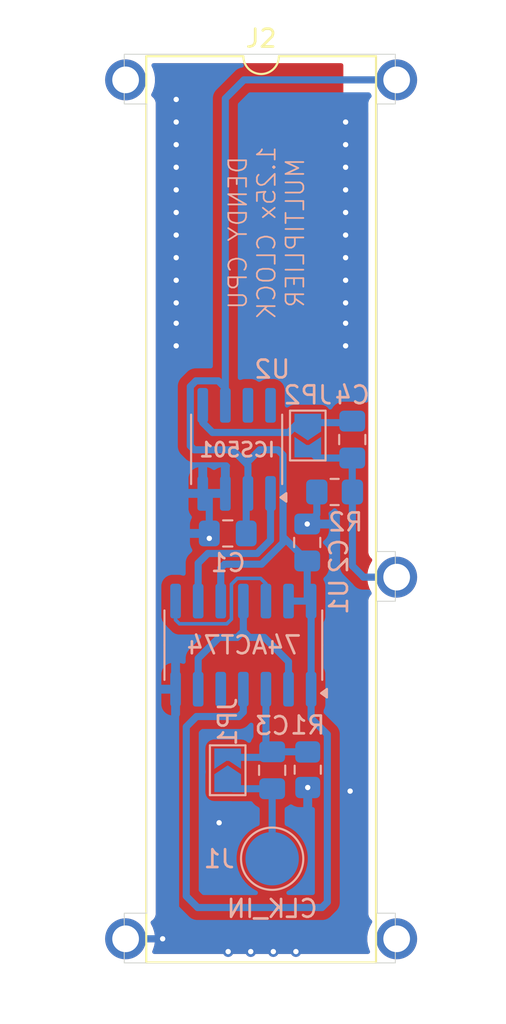
<source format=kicad_pcb>
(kicad_pcb (version 20241229) (generator "pcbnew") (generator_version "9.0")
  (layers (0 "F.Cu" signal) (2 "B.Cu" signal) (13 "F.Paste" user) (15 "B.Paste" user) (5 "F.SilkS" user "F.Silkscreen") (7 "B.SilkS" user "B.Silkscreen") (1 "F.Mask" user) (3 "B.Mask" user) (25 "Edge.Cuts" user))
  (net 0 "")
  (net 1 "VCC")
  (net 2 "GND")
  (net 3 "Net-(JP1-B)")
  (net 4 "Net-(J1-Pin_1)")
  (net 5 "/DENDY_CLK")
  (net 6 "Net-(JP2-A)")
  (net 9 "Net-(U1A-D)")
  (net 10 "/CLK_DIV4")
  (net 12 "Net-(U1B-D)")
  (footprint "Dendy_footprints:DIP-40_W15.24mm" (layer "F.Cu") (at 138.76 52.24)
    (property "Reference" "J2" (at 7.62 -2.33 0) (layer "F.SilkS"))
    (property "Value" "CPU Connections")
    (fp_line (start 1.16 -1.33) (end 1.16 49.59) (stroke (width 0.12)) (layer "F.SilkS"))
    (fp_line (start 1.16 49.59) (end 14.08 49.59) (stroke (width 0.12)) (layer "F.SilkS"))
    (fp_line (start 6.62 -1.33) (end 1.16 -1.33) (stroke (width 0.12)) (layer "F.SilkS"))
    (fp_line (start 14.08 -1.33) (end 8.62 -1.33) (stroke (width 0.12)) (layer "F.SilkS"))
    (fp_line (start 14.08 49.59) (end 14.08 -1.33) (stroke (width 0.12)) (layer "F.SilkS"))
    (fp_arc (start 8.62 -1.33) (mid 7.62 -0.33) (end 6.62 -1.33) (stroke (width 0.12)) (layer "F.SilkS"))
    (pad "1" thru_hole circle (at 0 0) (size 2.3 2.3) (drill 1.5) (layers "*.Cu" "*.Mask"))
    (pad "20" thru_hole circle (at 0 48.26) (size 2.3 2.3) (drill 1.5) (layers "*.Cu" "*.Mask") (net 2 "GND"))
    (pad "21" thru_hole circle (at 15.24 48.26) (size 2.3 2.3) (drill 1.5) (layers "*.Cu" "*.Mask"))
    (pad "29" thru_hole circle (at 15.24 27.94) (size 2.3 2.3) (drill 1.5) (layers "*.Cu" "*.Mask") (net 5 "/DENDY_CLK"))
    (pad "40" thru_hole circle (at 15.24 0) (size 2.3 2.3) (drill 1.5) (layers "*.Cu" "*.Mask") (net 1 "VCC"))
  )
  (footprint "TestPoint:TestPoint_Pad_D3.0mm" (layer "B.Cu") (at 147 96 180)
    (property "Reference" "J1" (at 2.982 -0.012 180) (layer "B.SilkS") (effects (justify mirror)))
    (property "Value" "CLK_IN" (at 0 -2.806 0) (layer "B.SilkS") (effects (justify mirror)))
    (fp_circle (center 0 0) (end 0 -1.75) (stroke (width 0.12)) (fill no) (layer "B.SilkS"))
    (pad "1" smd circle (at 0 0 180) (size 3 3) (layers "B.Cu" "B.Mask") (net 4 "Net-(J1-Pin_1)"))
  )
  (footprint "Capacitor_SMD:C_0805_2012Metric_Pad1.18x1.45mm_HandSolder" (layer "B.Cu") (at 144.503 77.724 180)
    (property "Reference" "C1" (at -0.023 -1.651 0) (layer "B.SilkS") (effects (justify mirror)))
    (property "Value" "10nF")
    (fp_line (start -0.261252 0.735) (end 0.261252 0.735) (stroke (width 0.12)) (layer "B.SilkS"))
    (fp_line (start -0.261252 -0.735) (end 0.261252 -0.735) (stroke (width 0.12)) (layer "B.SilkS"))
    (pad "1" smd roundrect (at -1.0375 0 180) (size 1.175 1.45) (layers "B.Cu" "B.Mask" "B.Paste") (roundrect_rratio 0.212766) (net 1 "VCC"))
    (pad "2" smd roundrect (at 1.0375 0 180) (size 1.175 1.45) (layers "B.Cu" "B.Mask" "B.Paste") (roundrect_rratio 0.212766) (net 2 "GND"))
  )
  (footprint "Package_SO:SOIC-8_3.9x4.9mm_P1.27mm" (layer "B.Cu") (at 145.003 73 90)
    (property "Reference" "U2" (at 4.5 2 180) (layer "B.SilkS") (effects (justify mirror)))
    (property "Value" "ICS501" (at -0.025 0.031 180) (layer "B.SilkS") (effects (font (size 0.8 0.8)) (justify mirror)))
    (fp_line (start 0 -2.56) (end 1.95 -2.56) (stroke (width 0.12)) (layer "B.SilkS"))
    (fp_line (start 0 -2.56) (end -1.95 -2.56) (stroke (width 0.12)) (layer "B.SilkS"))
    (fp_line (start 0 2.56) (end 1.95 2.56) (stroke (width 0.12)) (layer "B.SilkS"))
    (fp_line (start 0 2.56) (end -1.95 2.56) (stroke (width 0.12)) (layer "B.SilkS"))
    (fp_poly (pts (xy -2.7 2.465) (xy -2.94 2.795) (xy -2.46 2.795)) (stroke (width 0.12)) (fill yes) (layer "B.SilkS"))
    (pad "1" smd roundrect (at -2.475 1.905 90) (size 1.95 0.6) (layers "B.Cu" "B.Mask" "B.Paste") (net 10 "/CLK_DIV4"))
    (pad "2" smd roundrect (at -2.475 0.635 90) (size 1.95 0.6) (layers "B.Cu" "B.Mask" "B.Paste") (net 1 "VCC"))
    (pad "3" smd roundrect (at -2.475 -0.635 90) (size 1.95 0.6) (layers "B.Cu" "B.Mask" "B.Paste") (net 2 "GND"))
    (pad "4" smd roundrect (at -2.475 -1.905 90) (size 1.95 0.6) (layers "B.Cu" "B.Mask" "B.Paste") (net 2 "GND"))
    (pad "5" smd roundrect (at 2.475 -1.905 90) (size 1.95 0.6) (layers "B.Cu" "B.Mask" "B.Paste") (net 6 "Net-(JP2-A)"))
    (pad "6" smd roundrect (at 2.475 -0.635 90) (size 1.95 0.6) (layers "B.Cu" "B.Mask" "B.Paste") (net 1 "VCC"))
    (pad "7" smd roundrect (at 2.475 0.635 90) (size 1.95 0.6) (layers "B.Cu" "B.Mask" "B.Paste"))
    (pad "8" smd roundrect (at 2.475 1.905 90) (size 1.95 0.6) (layers "B.Cu" "B.Mask" "B.Paste"))
  )
  (footprint "Capacitor_SMD:C_0805_2012Metric_Pad1.18x1.45mm_HandSolder" (layer "B.Cu") (at 148.971 78.232 90)
    (property "Reference" "C2" (at -0.762 1.778 90) (layer "B.SilkS") (effects (justify mirror)))
    (property "Value" "100nF")
    (fp_line (start -0.261252 -0.735) (end 0.261252 -0.735) (stroke (width 0.12)) (layer "B.SilkS"))
    (fp_line (start -0.261252 0.735) (end 0.261252 0.735) (stroke (width 0.12)) (layer "B.SilkS"))
    (pad "1" smd roundrect (at -1.0375 0 90) (size 1.175 1.45) (layers "B.Cu" "B.Mask" "B.Paste") (roundrect_rratio 0.212766) (net 1 "VCC"))
    (pad "2" smd roundrect (at 1.0375 0 90) (size 1.175 1.45) (layers "B.Cu" "B.Mask" "B.Paste") (roundrect_rratio 0.212766) (net 2 "GND"))
  )
  (footprint "Capacitor_SMD:C_0805_2012Metric_Pad1.18x1.45mm_HandSolder" (layer "B.Cu") (at 151.503 72.449 90)
    (property "Reference" "C4" (at 2.5 0 180) (layer "B.SilkS") (effects (justify mirror)))
    (property "Value" "220pF")
    (fp_line (start -0.261252 -0.735) (end 0.261252 -0.735) (stroke (width 0.12)) (layer "B.SilkS"))
    (fp_line (start -0.261252 0.735) (end 0.261252 0.735) (stroke (width 0.12)) (layer "B.SilkS"))
    (pad "1" smd roundrect (at -1.0375 0 90) (size 1.175 1.45) (layers "B.Cu" "B.Mask" "B.Paste") (roundrect_rratio 0.212766) (net 5 "/DENDY_CLK"))
    (pad "2" smd roundrect (at 1.0375 0 90) (size 1.175 1.45) (layers "B.Cu" "B.Mask" "B.Paste") (roundrect_rratio 0.212766) (net 6 "Net-(JP2-A)"))
  )
  (footprint "Jumper:SolderJumper-2_P1.3mm_Open_TrianglePad1.0x1.5mm" (layer "B.Cu") (at 149.003 72.224 -90)
    (property "Reference" "JP2" (at -2.275 0 180) (layer "B.SilkS") (effects (justify mirror)))
    (property "Value" "Bypass OUT decoupling")
    (fp_line (start -1.4 1) (end 1.4 1) (stroke (width 0.12)) (layer "B.SilkS"))
    (fp_line (start 1.4 1) (end 1.4 -1) (stroke (width 0.12)) (layer "B.SilkS"))
    (fp_line (start -1.4 -1) (end -1.4 1) (stroke (width 0.12)) (layer "B.SilkS"))
    (fp_line (start 1.4 -1) (end -1.4 -1) (stroke (width 0.12)) (layer "B.SilkS"))
    (pad "1" smd custom (at -0.725 0 270) (size 0.3 0.3) (layers "B.Cu" "B.Mask") (net 6 "Net-(JP2-A)") (options (clearance outline) (anchor rect)) (primitives (gr_poly (pts (xy 1 0) (xy 0.5 -0.75) (xy -0.5 -0.75) (xy -0.5 0.75) (xy 0.5 0.75)) (width 0) (fill yes))))
    (pad "2" smd custom (at 0.725 0 270) (size 0.3 0.3) (layers "B.Cu" "B.Mask") (net 5 "/DENDY_CLK") (options (clearance outline) (anchor rect)) (primitives (gr_poly (pts (xy 0.5 -0.75) (xy -0.65 -0.75) (xy -0.15 0) (xy -0.65 0.75) (xy 0.5 0.75)) (width 0) (fill yes))))
  )
  (footprint "Capacitor_SMD:C_0805_2012Metric_Pad1.18x1.45mm_HandSolder" (layer "B.Cu") (at 147 91.03 -90)
    (property "Reference" "C3" (at -2.5 0 180) (layer "B.SilkS") (effects (justify mirror)))
    (property "Value" "220pF")
    (fp_line (start -0.261252 0.735) (end 0.261252 0.735) (stroke (width 0.12)) (layer "B.SilkS"))
    (fp_line (start -0.261252 -0.735) (end 0.261252 -0.735) (stroke (width 0.12)) (layer "B.SilkS"))
    (pad "1" smd roundrect (at -1.0375 0 270) (size 1.175 1.45) (layers "B.Cu" "B.Mask" "B.Paste") (roundrect_rratio 0.212766) (net 3 "Net-(JP1-B)"))
    (pad "2" smd roundrect (at 1.0375 0 270) (size 1.175 1.45) (layers "B.Cu" "B.Mask" "B.Paste") (roundrect_rratio 0.212766) (net 4 "Net-(J1-Pin_1)"))
  )
  (footprint "Jumper:SolderJumper-2_P1.3mm_Open_TrianglePad1.0x1.5mm" (layer "B.Cu") (at 144.5 91.03 90)
    (property "Reference" "JP1" (at 2.725 0 90) (layer "B.SilkS") (effects (justify mirror)))
    (property "Value" "Bypass IN decoupling")
    (fp_line (start 1.4 -1) (end -1.4 -1) (stroke (width 0.12)) (layer "B.SilkS"))
    (fp_line (start -1.4 -1) (end -1.4 1) (stroke (width 0.12)) (layer "B.SilkS"))
    (fp_line (start 1.4 1) (end 1.4 -1) (stroke (width 0.12)) (layer "B.SilkS"))
    (fp_line (start -1.4 1) (end 1.4 1) (stroke (width 0.12)) (layer "B.SilkS"))
    (pad "1" smd custom (at -0.725 0 90) (size 0.3 0.3) (layers "B.Cu" "B.Mask") (net 4 "Net-(J1-Pin_1)") (options (clearance outline) (anchor rect)) (primitives (gr_poly (pts (xy 1 0) (xy 0.5 -0.75) (xy -0.5 -0.75) (xy -0.5 0.75) (xy 0.5 0.75)) (width 0) (fill yes))))
    (pad "2" smd custom (at 0.725 0 90) (size 0.3 0.3) (layers "B.Cu" "B.Mask") (net 3 "Net-(JP1-B)") (options (clearance outline) (anchor rect)) (primitives (gr_poly (pts (xy 0.5 -0.75) (xy -0.65 -0.75) (xy -0.15 0) (xy -0.65 0.75) (xy 0.5 0.75)) (width 0) (fill yes))))
  )
  (footprint "Resistor_SMD:R_0805_2012Metric_Pad1.20x1.40mm_HandSolder" (layer "B.Cu") (at 149 91 -90)
    (property "Reference" "R1" (at -2.5 0 180) (layer "B.SilkS") (effects (justify mirror)))
    (property "Value" "150K" (hide yes))
    (fp_line (start -0.227064 0.735) (end 0.227064 0.735) (stroke (width 0.12)) (layer "B.SilkS"))
    (fp_line (start -0.227064 -0.735) (end 0.227064 -0.735) (stroke (width 0.12)) (layer "B.SilkS"))
    (pad "1" smd roundrect (at -1 0 270) (size 1.2 1.4) (layers "B.Cu" "B.Mask" "B.Paste") (roundrect_rratio 0.208333) (net 3 "Net-(JP1-B)"))
    (pad "2" smd roundrect (at 1 0 270) (size 1.2 1.4) (layers "B.Cu" "B.Mask" "B.Paste") (roundrect_rratio 0.208333) (net 2 "GND"))
  )
  (footprint "Resistor_SMD:R_0805_2012Metric_Pad1.20x1.40mm_HandSolder" (layer "B.Cu") (at 150.511 75.395 180)
    (property "Reference" "R2" (at -0.619 -1.694 0) (layer "B.SilkS") (effects (justify mirror)))
    (property "Value" "150K")
    (fp_line (start -0.227064 0.735) (end 0.227064 0.735) (stroke (width 0.12)) (layer "B.SilkS"))
    (fp_line (start -0.227064 -0.735) (end 0.227064 -0.735) (stroke (width 0.12)) (layer "B.SilkS"))
    (pad "1" smd roundrect (at -1 0 180) (size 1.2 1.4) (layers "B.Cu" "B.Mask" "B.Paste") (roundrect_rratio 0.208333) (net 5 "/DENDY_CLK"))
    (pad "2" smd roundrect (at 1 0 180) (size 1.2 1.4) (layers "B.Cu" "B.Mask" "B.Paste") (roundrect_rratio 0.208333) (net 2 "GND"))
  )
  (footprint "Package_SO:SOIC-14_3.9x8.7mm_P1.27mm" (layer "B.Cu") (at 145.38 84 90)
    (property "Reference" "U1" (at 2.72 5.369 270) (layer "B.SilkS") (effects (justify mirror)))
    (property "Value" "74ACT74" (at 0 0.035 180) (layer "B.SilkS") (effects (justify mirror)))
    (fp_line (start 0 -4.435) (end 1.95 -4.435) (stroke (width 0.12)) (layer "B.SilkS"))
    (fp_line (start 0 -4.435) (end -1.95 -4.435) (stroke (width 0.12)) (layer "B.SilkS"))
    (fp_line (start 0 4.435) (end 1.95 4.435) (stroke (width 0.12)) (layer "B.SilkS"))
    (fp_line (start 0 4.435) (end -1.95 4.435) (stroke (width 0.12)) (layer "B.SilkS"))
    (fp_poly (pts (xy -2.7 4.37) (xy -2.94 4.7) (xy -2.46 4.7)) (stroke (width 0.12)) (fill yes) (layer "B.SilkS"))
    (pad "1" smd roundrect (at -2.475 3.81 90) (size 1.95 0.6) (layers "B.Cu" "B.Mask" "B.Paste") (net 1 "VCC"))
    (pad "2" smd roundrect (at -2.475 2.54 90) (size 1.95 0.6) (layers "B.Cu" "B.Mask" "B.Paste") (net 9 "Net-(U1A-D)"))
    (pad "3" smd roundrect (at -2.475 1.27 90) (size 1.95 0.6) (layers "B.Cu" "B.Mask" "B.Paste") (net 3 "Net-(JP1-B)"))
    (pad "4" smd roundrect (at -2.475 0 90) (size 1.95 0.6) (layers "B.Cu" "B.Mask" "B.Paste") (net 1 "VCC"))
    (pad "5" smd roundrect (at -2.475 -1.27 90) (size 1.95 0.6) (layers "B.Cu" "B.Mask" "B.Paste"))
    (pad "6" smd roundrect (at -2.475 -2.54 90) (size 1.95 0.6) (layers "B.Cu" "B.Mask" "B.Paste") (net 9 "Net-(U1A-D)"))
    (pad "7" smd roundrect (at -2.475 -3.81 90) (size 1.95 0.6) (layers "B.Cu" "B.Mask" "B.Paste") (net 2 "GND"))
    (pad "8" smd roundrect (at 2.475 -3.81 90) (size 1.95 0.6) (layers "B.Cu" "B.Mask" "B.Paste") (net 12 "Net-(U1B-D)"))
    (pad "9" smd roundrect (at 2.475 -2.54 90) (size 1.95 0.6) (layers "B.Cu" "B.Mask" "B.Paste") (net 10 "/CLK_DIV4"))
    (pad "10" smd roundrect (at 2.475 -1.27 90) (size 1.95 0.6) (layers "B.Cu" "B.Mask" "B.Paste") (net 1 "VCC"))
    (pad "11" smd roundrect (at 2.475 0 90) (size 1.95 0.6) (layers "B.Cu" "B.Mask" "B.Paste") (net 9 "Net-(U1A-D)"))
    (pad "12" smd roundrect (at 2.475 1.27 90) (size 1.95 0.6) (layers "B.Cu" "B.Mask" "B.Paste") (net 12 "Net-(U1B-D)"))
    (pad "13" smd roundrect (at 2.475 2.54 90) (size 1.95 0.6) (layers "B.Cu" "B.Mask" "B.Paste") (net 1 "VCC"))
    (pad "14" smd roundrect (at 2.475 3.81 90) (size 1.95 0.6) (layers "B.Cu" "B.Mask" "B.Paste") (net 1 "VCC"))
  )
  (gr_line (start 139.954 53.594) (end 138.684 53.594) (stroke (width 0.05)) (layer "Edge.Cuts"))
  (gr_line (start 138.684 53.594) (end 138.684 50.8) (stroke (width 0.05)) (layer "Edge.Cuts"))
  (gr_line (start 153.924 101.854) (end 138.684 101.854) (stroke (width 0.05)) (layer "Edge.Cuts"))
  (gr_line (start 138.684 99.06) (end 139.954 99.06) (stroke (width 0.05)) (layer "Edge.Cuts"))
  (gr_line (start 138.684 101.854) (end 138.684 99.06) (stroke (width 0.05)) (layer "Edge.Cuts"))
  (gr_line (start 138.684 50.8) (end 153.924 50.8) (stroke (width 0.05)) (layer "Edge.Cuts"))
  (gr_line (start 153.924 99.06) (end 153.924 101.854) (stroke (width 0.05)) (layer "Edge.Cuts"))
  (gr_line (start 152.908 81.534) (end 152.908 99.06) (stroke (width 0.05)) (layer "Edge.Cuts"))
  (gr_line (start 153.924 53.594) (end 152.908 53.594) (stroke (width 0.05)) (layer "Edge.Cuts"))
  (gr_line (start 153.924 81.534) (end 152.908 81.534) (stroke (width 0.05)) (layer "Edge.Cuts"))
  (gr_line (start 152.908 53.594) (end 152.908 78.74) (stroke (width 0.05)) (layer "Edge.Cuts"))
  (gr_line (start 152.908 78.74) (end 153.924 78.74) (stroke (width 0.05)) (layer "Edge.Cuts"))
  (gr_line (start 153.924 78.74) (end 153.924 81.534) (stroke (width 0.05)) (layer "Edge.Cuts"))
  (gr_line (start 152.908 99.06) (end 153.924 99.06) (stroke (width 0.05)) (layer "Edge.Cuts"))
  (gr_line (start 153.924 50.8) (end 153.924 53.594) (stroke (width 0.05)) (layer "Edge.Cuts"))
  (gr_line (start 139.954 99.06) (end 139.954 53.594) (stroke (width 0.05)) (layer "Edge.Cuts"))
  (gr_text "DENDY CPU\n1.25x CLOCK\nMULTIPLIER" (at 146.685 60.833 90) (layer "B.SilkS") (effects (font (size 1 1) (thickness 0.1)) (justify mirror)))
  (segment (start 149.19 86.475) (end 149.19 84.836) (width 0.4) (layer "B.Cu") (net 1))
  (segment (start 144.368 53.287) (end 145.415 52.24) (width 0.4) (layer "B.Cu") (net 1))
  (segment (start 149.19 82.804) (end 149.19 81.525) (width 0.4) (layer "B.Cu") (net 1))
  (segment (start 144.368 69.550001) (end 144.368 70.525) (width 0.4) (layer "B.Cu") (net 1))
  (segment (start 147.609 76.073) (end 147.609 73.314) (width 0.4) (layer "B.Cu") (net 1))
  (segment (start 147.609 73.314) (end 147.32 73.025) (width 0.4) (layer "B.Cu") (net 1))
  (segment (start 144.78 73.025) (end 142.621 73.025) (width 0.4) (layer "B.Cu") (net 1))
  (segment (start 142.397 72.801) (end 142.397 69.467612) (width 0.4) (layer "B.Cu") (net 1))
  (segment (start 148.971 81.306) (end 149.19 81.525) (width 0.4) (layer "B.Cu") (net 1))
  (segment (start 149.19 81.525) (end 147.92 81.525) (width 0.4) (layer "B.Cu") (net 1))
  (segment (start 147.32 73.025) (end 146.304 73.025) (width 0.4) (layer "B.Cu") (net 1))
  (segment (start 144.11 79.664) (end 144.323 79.451) (width 0.4) (layer "B.Cu") (net 1))
  (segment (start 144.11 81.525) (end 144.11 79.664) (width 0.4) (layer "B.Cu") (net 1))
  (segment (start 147.609 77.9075) (end 147.609 76.073) (width 0.4) (layer "B.Cu") (net 1))
  (segment (start 142.8115 98.7425) (end 149.7965 98.7425) (width 0.4) (layer "B.Cu") (net 1))
  (segment (start 148.971 79.2695) (end 148.971 81.306) (width 0.4) (layer "B.Cu") (net 1))
  (segment (start 142.621 73.025) (end 142.397 72.801) (width 0.4) (layer "B.Cu") (net 1))
  (segment (start 142.171 88.588) (end 142.171 98.102) (width 0.4) (layer "B.Cu") (net 1))
  (segment (start 147.609 78.245522) (end 147.609 76.073) (width 0.4) (layer "B.Cu") (net 1))
  (segment (start 142.748 88.011) (end 142.171 88.588) (width 0.4) (layer "B.Cu") (net 1))
  (segment (start 149.19 88.103) (end 149.19 86.475) (width 0.4) (layer "B.Cu") (net 1))
  (segment (start 150.101 89.014) (end 149.19 88.103) (width 0.4) (layer "B.Cu") (net 1))
  (segment (start 145.5405 75.5725) (end 145.638 75.475) (width 0.4) (layer "B.Cu") (net 1))
  (segment (start 145.38 86.475) (end 145.38 87.757) (width 0.4) (layer "B.Cu") (net 1))
  (segment (start 150.101 98.438) (end 150.101 89.014) (width 0.4) (layer "B.Cu") (net 1))
  (segment (start 142.397 69.467612) (end 142.715612 69.149) (width 0.4) (layer "B.Cu") (net 1))
  (segment (start 144.323 79.451) (end 146.403522 79.451) (width 0.4) (layer "B.Cu") (net 1))
  (segment (start 145.5405 77.724) (end 145.5405 75.5725) (width 0.4) (layer "B.Cu") (net 1))
  (segment (start 145.638 75.475) (end 145.638 73.883) (width 0.4) (layer "B.Cu") (net 1))
  (segment (start 149.19 84.836) (end 149.19 82.804) (width 0.4) (layer "B.Cu") (net 1))
  (segment (start 145.126 88.011) (end 142.748 88.011) (width 0.4) (layer "B.Cu") (net 1))
  (segment (start 146.403522 79.451) (end 147.609 78.245522) (width 0.4) (layer "B.Cu") (net 1))
  (segment (start 142.715612 69.149) (end 143.966999 69.149) (width 0.4) (layer "B.Cu") (net 1))
  (segment (start 149.7965 98.7425) (end 150.101 98.438) (width 0.4) (layer "B.Cu") (net 1))
  (segment (start 144.11 81.525) (end 144.11 80.550001) (width 0.4) (layer "B.Cu") (net 1))
  (segment (start 148.971 79.2695) (end 147.609 77.9075) (width 0.4) (layer "B.Cu") (net 1))
  (segment (start 143.966999 69.149) (end 144.368 69.550001) (width 0.4) (layer "B.Cu") (net 1))
  (segment (start 144.368 70.525) (end 144.368 53.287) (width 0.4) (layer "B.Cu") (net 1))
  (segment (start 145.38 87.757) (end 145.126 88.011) (width 0.4) (layer "B.Cu") (net 1))
  (segment (start 142.171 98.102) (end 142.8115 98.7425) (width 0.4) (layer "B.Cu") (net 1))
  (segment (start 145.542 73.787) (end 144.78 73.025) (width 0.4) (layer "B.Cu") (net 1))
  (segment (start 145.415 52.24) (end 153.223 52.24) (width 0.4) (layer "B.Cu") (net 1))
  (segment (start 146.304 73.025) (end 145.542 73.787) (width 0.4) (layer "B.Cu") (net 1))
  (segment (start 145.638 73.883) (end 145.542 73.787) (width 0.4) (layer "B.Cu") (net 1))
  (segment (start 140.843 100.5) (end 139.385 100.5) (width 0.4) (layer "F.Cu") (net 2))
  (segment (start 151.13 67.183) (end 151.13 76.073) (width 0.2) (layer "F.Cu") (net 2))
  (segment (start 144.018 100.711) (end 144.526 101.219) (width 0.2) (layer "F.Cu") (net 2))
  (segment (start 148.971 77.1945) (end 144.271 77.1945) (width 0.4) (layer "F.Cu") (net 2))
  (segment (start 144.271 77.1945) (end 143.4655 78) (width 0.4) (layer "F.Cu") (net 2))
  (segment (start 144.018 93.98) (end 144.018 100.711) (width 0.2) (layer "F.Cu") (net 2))
  (segment (start 141.605 67.183) (end 141.605 76.581) (width 0.2) (layer "F.Cu") (net 2))
  (segment (start 151.13 76.073) (end 150.0085 77.1945) (width 0.2) (layer "F.Cu") (net 2))
  (segment (start 150.0085 77.1945) (end 148.971 77.1945) (width 0.2) (layer "F.Cu") (net 2))
  (segment (start 151.182 92) (end 151.384 92.202) (width 0.4) (layer "F.Cu") (net 2))
  (segment (start 141.605 76.581) (end 143.024 78) (width 0.2) (layer "F.Cu") (net 2))
  (segment (start 149 92) (end 151.182 92) (width 0.4) (layer "F.Cu") (net 2))
  (segment (start 143.024 78) (end 143.4655 78) (width 0.2) (layer "F.Cu") (net 2))
  (via (at 140.843 100.5) (size 0.6) (drill 0.3) (layers "F.Cu" "B.Cu") (net 2))
  (via (at 141.605 65.913) (size 0.6) (drill 0.3) (layers "F.Cu" "B.Cu") (net 2))
  (via (at 151.13 55.88) (size 0.6) (drill 0.3) (layers "F.Cu" "B.Cu") (net 2))
  (via (at 144.526 101.219) (size 0.6) (drill 0.3) (layers "F.Cu" "B.Cu") (net 2))
  (via (at 143.4655 78) (size 0.6) (drill 0.3) (layers "F.Cu" "B.Cu") (net 2))
  (via (at 141.605 63.5) (size 0.6) (drill 0.3) (layers "F.Cu" "B.Cu") (net 2))
  (via (at 141.605 64.77) (size 0.6) (drill 0.3) (layers "F.Cu" "B.Cu") (net 2))
  (via (at 147.066 101.219) (size 0.6) (drill 0.3) (layers "F.Cu" "B.Cu") (net 2))
  (via (at 151.384 92.202) (size 0.6) (drill 0.3) (layers "F.Cu" "B.Cu") (net 2))
  (via (at 151.13 60.96) (size 0.6) (drill 0.3) (layers "F.Cu" "B.Cu") (net 2))
  (via (at 145.796 101.219) (size 0.6) (drill 0.3) (layers "F.Cu" "B.Cu") (net 2))
  (via (at 141.605 59.69) (size 0.6) (drill 0.3) (layers "F.Cu" "B.Cu") (net 2))
  (via (at 151.13 65.913) (size 0.6) (drill 0.3) (layers "F.Cu" "B.Cu") (net 2))
  (via (at 141.605 55.88) (size 0.6) (drill 0.3) (layers "F.Cu" "B.Cu") (net 2))
  (via (at 144.018 93.98) (size 0.6) (drill 0.3) (layers "F.Cu" "B.Cu") (net 2))
  (via (at 151.13 62.23) (size 0.6) (drill 0.3) (layers "F.Cu" "B.Cu") (net 2))
  (via (at 151.13 63.5) (size 0.6) (drill 0.3) (layers "F.Cu" "B.Cu") (net 2))
  (via (at 141.605 58.42) (size 0.6) (drill 0.3) (layers "F.Cu" "B.Cu") (net 2))
  (via (at 141.605 53.34) (size 0.6) (drill 0.3) (layers "F.Cu" "B.Cu") (net 2))
  (via (at 151.13 54.61) (size 0.6) (drill 0.3) (layers "F.Cu" "B.Cu") (net 2))
  (via (at 151.13 57.15) (size 0.6) (drill 0.3) (layers "F.Cu" "B.Cu") (net 2))
  (via (at 141.605 54.61) (size 0.6) (drill 0.3) (layers "F.Cu" "B.Cu") (net 2))
  (via (at 141.605 67.183) (size 0.6) (drill 0.3) (layers "F.Cu" "B.Cu") (net 2))
  (via (at 151.13 58.42) (size 0.6) (drill 0.3) (layers "F.Cu" "B.Cu") (net 2))
  (via (at 149 92) (size 0.6) (drill 0.3) (layers "F.Cu" "B.Cu") (net 2))
  (via (at 141.605 57.15) (size 0.6) (drill 0.3) (layers "F.Cu" "B.Cu") (net 2))
  (via (at 151.13 64.77) (size 0.6) (drill 0.3) (layers "F.Cu" "B.Cu") (net 2))
  (via (at 151.13 67.183) (size 0.6) (drill 0.3) (layers "F.Cu" "B.Cu") (net 2))
  (via (at 148.971 77.1945) (size 0.6) (drill 0.3) (layers "F.Cu" "B.Cu") (net 2))
  (via (at 141.605 62.23) (size 0.6) (drill 0.3) (layers "F.Cu" "B.Cu") (net 2))
  (via (at 148.336 101.219) (size 0.6) (drill 0.3) (layers "F.Cu" "B.Cu") (net 2))
  (via (at 141.605 60.96) (size 0.6) (drill 0.3) (layers "F.Cu" "B.Cu") (net 2))
  (via (at 151.13 59.69) (size 0.6) (drill 0.3) (layers "F.Cu" "B.Cu") (net 2))
  (segment (start 144.368 75.475) (end 143.637 75.475) (width 0.4) (layer "B.Cu") (net 2))
  (segment (start 147.066 101.219) (end 147.066 100.627) (width 0.2) (layer "B.Cu") (net 2))
  (segment (start 141.57 100.408) (end 141.478 100.5) (width 0.4) (layer "B.Cu") (net 2))
  (segment (start 150.622 77.343) (end 150.622 85.598) (width 0.4) (layer "B.Cu") (net 2))
  (segment (start 151.384 86.36) (end 151.384 92.202) (width 0.4) (layer "B.Cu") (net 2))
  (segment (start 147.193 100.5) (end 141.478 100.5) (width 0.4) (layer "B.Cu") (net 2))
  (segment (start 143.098 77.6325) (end 143.4655 78) (width 0.4) (layer "B.Cu") (net 2))
  (segment (start 149.511 76.6545) (end 148.971 77.1945) (width 0.4) (layer "B.Cu") (net 2))
  (segment (start 149.511 75.395) (end 149.511 76.6545) (width 0.4) (layer "B.Cu") (net 2))
  (segment (start 143.4655 78) (end 143.336612 78) (width 0.4) (layer "B.Cu") (net 2))
  (segment (start 143.4655 75.6465) (end 143.637 75.475) (width 0.4) (layer "B.Cu") (net 2))
  (segment (start 141.605 53.34) (end 141.605 67.183) (width 0.2) (layer "B.Cu") (net 2))
  (segment (start 150.198 100.5) (end 147.193 100.5) (width 0.4) (layer "B.Cu") (net 2))
  (segment (start 150.622 85.598) (end 151.384 86.36) (width 0.4) (layer "B.Cu") (net 2))
  (segment (start 143.637 75.475) (end 143.098 75.475) (width 0.4) (layer "B.Cu") (net 2))
  (segment (start 150.4735 77.1945) (end 150.622 77.343) (width 0.4) (layer "B.Cu") (net 2))
  (segment (start 147.066 100.627) (end 147.193 100.5) (width 0.2) (layer "B.Cu") (net 2))
  (segment (start 151.13 67.183) (end 151.13 54.61) (width 0.2) (layer "B.Cu") (net 2))
  (segment (start 148.971 77.1945) (end 150.4735 77.1945) (width 0.4) (layer "B.Cu") (net 2))
  (segment (start 143.4655 77.724) (end 143.4655 75.6465) (width 0.4) (layer "B.Cu") (net 2))
  (segment (start 139.385 100.5) (end 140.843 100.5) (width 0.4) (layer "B.Cu") (net 2))
  (segment (start 151.384 99.314) (end 150.198 100.5) (width 0.4) (layer "B.Cu") (net 2))
  (segment (start 151.384 92.202) (end 151.384 99.314) (width 0.4) (layer "B.Cu") (net 2))
  (segment (start 140.843 100.5) (end 141.478 100.5) (width 0.4) (layer "B.Cu") (net 2))
  (segment (start 148.336 101.219) (end 144.526 101.219) (width 0.2) (layer "B.Cu") (net 2))
  (segment (start 141.57 86.475) (end 141.57 100.408) (width 0.4) (layer "B.Cu") (net 2))
  (segment (start 148.9925 89.9925) (end 149 90) (width 0.4) (layer "B.Cu") (net 3))
  (segment (start 146.6875 90.305) (end 147 89.9925) (width 0.4) (layer "B.Cu") (net 3))
  (segment (start 146.65 86.475) (end 146.65 89.6425) (width 0.4) (layer "B.Cu") (net 3))
  (segment (start 146.65 89.6425) (end 147 89.9925) (width 0.4) (layer "B.Cu") (net 3))
  (segment (start 144.5 90.305) (end 146.6875 90.305) (width 0.4) (layer "B.Cu") (net 3))
  (segment (start 147 89.9925) (end 148.9925 89.9925) (width 0.4) (layer "B.Cu") (net 3))
  (segment (start 147 92.0675) (end 144.8125 92.0675) (width 0.4) (layer "B.Cu") (net 4))
  (segment (start 144.8125 92.0675) (end 144.5 91.755) (width 0.4) (layer "B.Cu") (net 4))
  (segment (start 147 96) (end 147 92.0675) (width 0.4) (layer "B.Cu") (net 4))
  (segment (start 151.503 75.387) (end 151.511 75.395) (width 0.4) (layer "B.Cu") (net 5))
  (segment (start 151.503 73.4865) (end 151.503 75.387) (width 0.4) (layer "B.Cu") (net 5))
  (segment (start 151.503 73.4865) (end 149.5405 73.4865) (width 0.4) (layer "B.Cu") (net 5))
  (segment (start 151.511 75.395) (end 151.511 79.545) (width 0.4) (layer "B.Cu") (net 5))
  (segment (start 149.5405 73.4865) (end 149.003 72.949) (width 0.4) (layer "B.Cu") (net 5))
  (segment (start 152.12842 80.18) (end 152.146 80.18) (width 0.4) (layer "B.Cu") (net 5))
  (segment (start 151.511 79.545) (end 152.146 80.18) (width 0.4) (layer "B.Cu") (net 5))
  (segment (start 151.5405 73.449) (end 151.503 73.4865) (width 0.4) (layer "B.Cu") (net 5))
  (segment (start 152.146 80.18) (end 153.223 80.18) (width 0.4) (layer "B.Cu") (net 5))
  (segment (start 148.478828 71.499) (end 149.003 71.499) (width 0.4) (layer "B.Cu") (net 6))
  (segment (start 143.098 71.499999) (end 143.648001 72.05) (width 0.4) (layer "B.Cu") (net 6))
  (segment (start 143.648001 72.05) (end 147.927828 72.05) (width 0.4) (layer "B.Cu") (net 6))
  (segment (start 151.4155 71.499) (end 151.503 71.4115) (width 0.4) (layer "B.Cu") (net 6))
  (segment (start 143.098 70.525) (end 143.098 71.499999) (width 0.4) (layer "B.Cu") (net 6))
  (segment (start 149.003 71.499) (end 151.4155 71.499) (width 0.4) (layer "B.Cu") (net 6))
  (segment (start 147.927828 72.05) (end 148.478828 71.499) (width 0.4) (layer "B.Cu") (net 6))
  (segment (start 142.84 84.744) (end 142.84 86.475) (width 0.4) (layer "B.Cu") (net 9))
  (segment (start 145.38 83.22) (end 145.38 81.525) (width 0.4) (layer "B.Cu") (net 9))
  (segment (start 145.034 83.566) (end 144.018 83.566) (width 0.4) (layer "B.Cu") (net 9))
  (segment (start 146.558 83.566) (end 145.726 83.566) (width 0.4) (layer "B.Cu") (net 9))
  (segment (start 144.018 83.566) (end 142.84 84.744) (width 0.4) (layer "B.Cu") (net 9))
  (segment (start 145.726 83.566) (end 145.38 83.22) (width 0.4) (layer "B.Cu") (net 9))
  (segment (start 147.92 84.928) (end 146.558 83.566) (width 0.4) (layer "B.Cu") (net 9))
  (segment (start 145.38 83.22) (end 145.034 83.566) (width 0.4) (layer "B.Cu") (net 9))
  (segment (start 147.92 86.475) (end 147.92 84.928) (width 0.4) (layer "B.Cu") (net 9))
  (segment (start 142.84 81.525) (end 142.84 79.393) (width 0.4) (layer "B.Cu") (net 10))
  (segment (start 143.383 78.85) (end 146.15458 78.85) (width 0.4) (layer "B.Cu") (net 10))
  (segment (start 146.908 78.09658) (end 146.908 75.475) (width 0.4) (layer "B.Cu") (net 10))
  (segment (start 146.15458 78.85) (end 146.908 78.09658) (width 0.4) (layer "B.Cu") (net 10))
  (segment (start 142.84 79.393) (end 143.383 78.85) (width 0.4) (layer "B.Cu") (net 10))
  (segment (start 146.65 80.550001) (end 146.348999 80.249) (width 0.2) (layer "B.Cu") (net 12))
  (segment (start 144.450968 82.801) (end 141.786 82.801) (width 0.2) (layer "B.Cu") (net 12))
  (segment (start 144.711 80.577032) (end 144.711 82.540968) (width 0.2) (layer "B.Cu") (net 12))
  (segment (start 146.65 81.525) (end 146.65 80.550001) (width 0.2) (layer "B.Cu") (net 12))
  (segment (start 144.711 82.540968) (end 144.450968 82.801) (width 0.2) (layer "B.Cu") (net 12))
  (segment (start 141.57 82.585) (end 141.57 81.525) (width 0.2) (layer "B.Cu") (net 12))
  (segment (start 141.786 82.801) (end 141.57 82.585) (width 0.2) (layer "B.Cu") (net 12))
  (segment (start 146.348999 80.249) (end 145.039032 80.249) (width 0.2) (layer "B.Cu") (net 12))
  (segment (start 145.039032 80.249) (end 144.711 80.577032) (width 0.2) (layer "B.Cu") (net 12))
  (zone (net 0) (net_name "") (layer "F.Cu") (connect_pads (clearance 0)) (min_thickness 0.25)
    (keepout (tracks allowed) (vias allowed) (pads allowed) (copperpour not_allowed) (footprints allowed))
    (fill (thermal_gap 0.5) (thermal_bridge_width 0.5))
    (polygon (pts (xy 156.718 50.8) (xy 156.718 53.975) (xy 151.003 53.975) (xy 151.003 50.8)))
  )
  (zone (net 2) (net_name "GND") (layers "F.Cu" "B.Cu") (connect_pads (clearance 0.5)) (min_thickness 0.25) (fill yes (thermal_gap 0.5) (thermal_bridge_width 0.5))
    (polygon (pts (xy 131.699 47.752) (xy 160.147 47.752) (xy 160.147 105.283) (xy 131.699 105.283)))
  )
)
</source>
